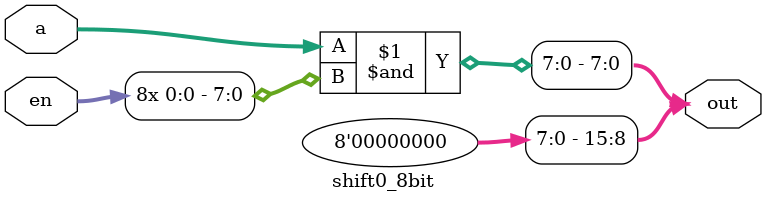
<source format=v>
module shift0_8bit(
	input [7:0] a,
	input en,
	output [15:0] out
);

assign out[15:8] = 8'b0;
assign out[7:0] = a&{8{en}};

endmodule

</source>
